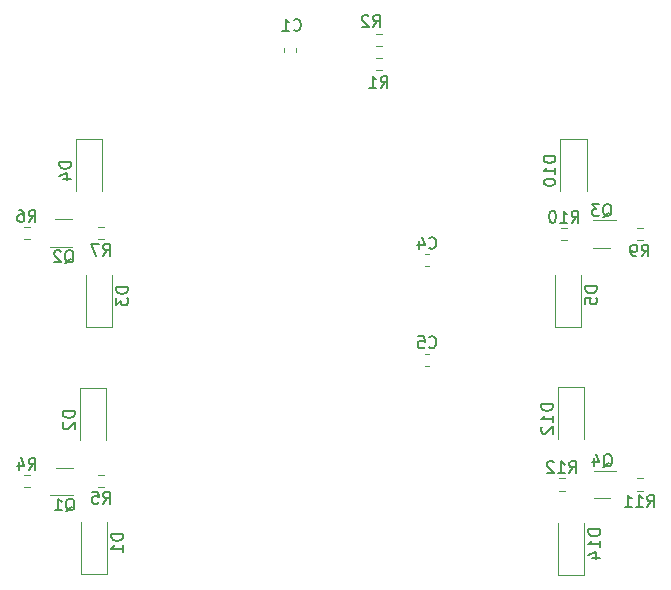
<source format=gbr>
%TF.GenerationSoftware,KiCad,Pcbnew,7.99.0-unknown-c06cea2fe9~166~ubuntu22.04.1*%
%TF.CreationDate,2023-02-26T22:53:06+01:00*%
%TF.ProjectId,FT245 relay,46543234-3520-4726-956c-61792e6b6963,rev?*%
%TF.SameCoordinates,Original*%
%TF.FileFunction,Legend,Bot*%
%TF.FilePolarity,Positive*%
%FSLAX46Y46*%
G04 Gerber Fmt 4.6, Leading zero omitted, Abs format (unit mm)*
G04 Created by KiCad (PCBNEW 7.99.0-unknown-c06cea2fe9~166~ubuntu22.04.1) date 2023-02-26 22:53:06*
%MOMM*%
%LPD*%
G01*
G04 APERTURE LIST*
%ADD10C,0.150000*%
%ADD11C,0.120000*%
G04 APERTURE END LIST*
D10*
%TO.C,D1*%
X-17737380Y-14961905D02*
X-18737380Y-14961905D01*
X-18737380Y-14961905D02*
X-18737380Y-15200000D01*
X-18737380Y-15200000D02*
X-18689761Y-15342857D01*
X-18689761Y-15342857D02*
X-18594523Y-15438095D01*
X-18594523Y-15438095D02*
X-18499285Y-15485714D01*
X-18499285Y-15485714D02*
X-18308809Y-15533333D01*
X-18308809Y-15533333D02*
X-18165952Y-15533333D01*
X-18165952Y-15533333D02*
X-17975476Y-15485714D01*
X-17975476Y-15485714D02*
X-17880238Y-15438095D01*
X-17880238Y-15438095D02*
X-17785000Y-15342857D01*
X-17785000Y-15342857D02*
X-17737380Y-15200000D01*
X-17737380Y-15200000D02*
X-17737380Y-14961905D01*
X-17737380Y-16485714D02*
X-17737380Y-15914286D01*
X-17737380Y-16200000D02*
X-18737380Y-16200000D01*
X-18737380Y-16200000D02*
X-18594523Y-16104762D01*
X-18594523Y-16104762D02*
X-18499285Y-16009524D01*
X-18499285Y-16009524D02*
X-18451666Y-15914286D01*
%TO.C,D2*%
X-21837380Y-4561905D02*
X-22837380Y-4561905D01*
X-22837380Y-4561905D02*
X-22837380Y-4800000D01*
X-22837380Y-4800000D02*
X-22789761Y-4942857D01*
X-22789761Y-4942857D02*
X-22694523Y-5038095D01*
X-22694523Y-5038095D02*
X-22599285Y-5085714D01*
X-22599285Y-5085714D02*
X-22408809Y-5133333D01*
X-22408809Y-5133333D02*
X-22265952Y-5133333D01*
X-22265952Y-5133333D02*
X-22075476Y-5085714D01*
X-22075476Y-5085714D02*
X-21980238Y-5038095D01*
X-21980238Y-5038095D02*
X-21885000Y-4942857D01*
X-21885000Y-4942857D02*
X-21837380Y-4800000D01*
X-21837380Y-4800000D02*
X-21837380Y-4561905D01*
X-22742142Y-5514286D02*
X-22789761Y-5561905D01*
X-22789761Y-5561905D02*
X-22837380Y-5657143D01*
X-22837380Y-5657143D02*
X-22837380Y-5895238D01*
X-22837380Y-5895238D02*
X-22789761Y-5990476D01*
X-22789761Y-5990476D02*
X-22742142Y-6038095D01*
X-22742142Y-6038095D02*
X-22646904Y-6085714D01*
X-22646904Y-6085714D02*
X-22551666Y-6085714D01*
X-22551666Y-6085714D02*
X-22408809Y-6038095D01*
X-22408809Y-6038095D02*
X-21837380Y-5466667D01*
X-21837380Y-5466667D02*
X-21837380Y-6085714D01*
%TO.C,Q1*%
X-22604761Y-13057857D02*
X-22509523Y-13010238D01*
X-22509523Y-13010238D02*
X-22414285Y-12915000D01*
X-22414285Y-12915000D02*
X-22271428Y-12772142D01*
X-22271428Y-12772142D02*
X-22176190Y-12724523D01*
X-22176190Y-12724523D02*
X-22080952Y-12724523D01*
X-22128571Y-12962619D02*
X-22033333Y-12915000D01*
X-22033333Y-12915000D02*
X-21938095Y-12819761D01*
X-21938095Y-12819761D02*
X-21890476Y-12629285D01*
X-21890476Y-12629285D02*
X-21890476Y-12295952D01*
X-21890476Y-12295952D02*
X-21938095Y-12105476D01*
X-21938095Y-12105476D02*
X-22033333Y-12010238D01*
X-22033333Y-12010238D02*
X-22128571Y-11962619D01*
X-22128571Y-11962619D02*
X-22319047Y-11962619D01*
X-22319047Y-11962619D02*
X-22414285Y-12010238D01*
X-22414285Y-12010238D02*
X-22509523Y-12105476D01*
X-22509523Y-12105476D02*
X-22557142Y-12295952D01*
X-22557142Y-12295952D02*
X-22557142Y-12629285D01*
X-22557142Y-12629285D02*
X-22509523Y-12819761D01*
X-22509523Y-12819761D02*
X-22414285Y-12915000D01*
X-22414285Y-12915000D02*
X-22319047Y-12962619D01*
X-22319047Y-12962619D02*
X-22128571Y-12962619D01*
X-23509523Y-12962619D02*
X-22938095Y-12962619D01*
X-23223809Y-12962619D02*
X-23223809Y-11962619D01*
X-23223809Y-11962619D02*
X-23128571Y-12105476D01*
X-23128571Y-12105476D02*
X-23033333Y-12200714D01*
X-23033333Y-12200714D02*
X-22938095Y-12248333D01*
%TO.C,R4*%
X-25733333Y-9532619D02*
X-25400000Y-9056428D01*
X-25161905Y-9532619D02*
X-25161905Y-8532619D01*
X-25161905Y-8532619D02*
X-25542857Y-8532619D01*
X-25542857Y-8532619D02*
X-25638095Y-8580238D01*
X-25638095Y-8580238D02*
X-25685714Y-8627857D01*
X-25685714Y-8627857D02*
X-25733333Y-8723095D01*
X-25733333Y-8723095D02*
X-25733333Y-8865952D01*
X-25733333Y-8865952D02*
X-25685714Y-8961190D01*
X-25685714Y-8961190D02*
X-25638095Y-9008809D01*
X-25638095Y-9008809D02*
X-25542857Y-9056428D01*
X-25542857Y-9056428D02*
X-25161905Y-9056428D01*
X-26590476Y-8865952D02*
X-26590476Y-9532619D01*
X-26352381Y-8485000D02*
X-26114286Y-9199285D01*
X-26114286Y-9199285D02*
X-26733333Y-9199285D01*
%TO.C,D4*%
X-22137380Y16538094D02*
X-23137380Y16538094D01*
X-23137380Y16538094D02*
X-23137380Y16299999D01*
X-23137380Y16299999D02*
X-23089761Y16157142D01*
X-23089761Y16157142D02*
X-22994523Y16061904D01*
X-22994523Y16061904D02*
X-22899285Y16014285D01*
X-22899285Y16014285D02*
X-22708809Y15966666D01*
X-22708809Y15966666D02*
X-22565952Y15966666D01*
X-22565952Y15966666D02*
X-22375476Y16014285D01*
X-22375476Y16014285D02*
X-22280238Y16061904D01*
X-22280238Y16061904D02*
X-22185000Y16157142D01*
X-22185000Y16157142D02*
X-22137380Y16299999D01*
X-22137380Y16299999D02*
X-22137380Y16538094D01*
X-22804047Y15109523D02*
X-22137380Y15109523D01*
X-23185000Y15347618D02*
X-22470714Y15585713D01*
X-22470714Y15585713D02*
X-22470714Y14966666D01*
%TO.C,D3*%
X-17337380Y5938094D02*
X-18337380Y5938094D01*
X-18337380Y5938094D02*
X-18337380Y5699999D01*
X-18337380Y5699999D02*
X-18289761Y5557142D01*
X-18289761Y5557142D02*
X-18194523Y5461904D01*
X-18194523Y5461904D02*
X-18099285Y5414285D01*
X-18099285Y5414285D02*
X-17908809Y5366666D01*
X-17908809Y5366666D02*
X-17765952Y5366666D01*
X-17765952Y5366666D02*
X-17575476Y5414285D01*
X-17575476Y5414285D02*
X-17480238Y5461904D01*
X-17480238Y5461904D02*
X-17385000Y5557142D01*
X-17385000Y5557142D02*
X-17337380Y5699999D01*
X-17337380Y5699999D02*
X-17337380Y5938094D01*
X-18337380Y5033332D02*
X-18337380Y4414285D01*
X-18337380Y4414285D02*
X-17956428Y4747618D01*
X-17956428Y4747618D02*
X-17956428Y4604761D01*
X-17956428Y4604761D02*
X-17908809Y4509523D01*
X-17908809Y4509523D02*
X-17861190Y4461904D01*
X-17861190Y4461904D02*
X-17765952Y4414285D01*
X-17765952Y4414285D02*
X-17527857Y4414285D01*
X-17527857Y4414285D02*
X-17432619Y4461904D01*
X-17432619Y4461904D02*
X-17385000Y4509523D01*
X-17385000Y4509523D02*
X-17337380Y4604761D01*
X-17337380Y4604761D02*
X-17337380Y4890475D01*
X-17337380Y4890475D02*
X-17385000Y4985713D01*
X-17385000Y4985713D02*
X-17432619Y5033332D01*
%TO.C,D14*%
X22662619Y-14585714D02*
X21662619Y-14585714D01*
X21662619Y-14585714D02*
X21662619Y-14823809D01*
X21662619Y-14823809D02*
X21710238Y-14966666D01*
X21710238Y-14966666D02*
X21805476Y-15061904D01*
X21805476Y-15061904D02*
X21900714Y-15109523D01*
X21900714Y-15109523D02*
X22091190Y-15157142D01*
X22091190Y-15157142D02*
X22234047Y-15157142D01*
X22234047Y-15157142D02*
X22424523Y-15109523D01*
X22424523Y-15109523D02*
X22519761Y-15061904D01*
X22519761Y-15061904D02*
X22615000Y-14966666D01*
X22615000Y-14966666D02*
X22662619Y-14823809D01*
X22662619Y-14823809D02*
X22662619Y-14585714D01*
X22662619Y-16109523D02*
X22662619Y-15538095D01*
X22662619Y-15823809D02*
X21662619Y-15823809D01*
X21662619Y-15823809D02*
X21805476Y-15728571D01*
X21805476Y-15728571D02*
X21900714Y-15633333D01*
X21900714Y-15633333D02*
X21948333Y-15538095D01*
X21995952Y-16966666D02*
X22662619Y-16966666D01*
X21615000Y-16728571D02*
X22329285Y-16490476D01*
X22329285Y-16490476D02*
X22329285Y-17109523D01*
%TO.C,D12*%
X18662619Y-3985714D02*
X17662619Y-3985714D01*
X17662619Y-3985714D02*
X17662619Y-4223809D01*
X17662619Y-4223809D02*
X17710238Y-4366666D01*
X17710238Y-4366666D02*
X17805476Y-4461904D01*
X17805476Y-4461904D02*
X17900714Y-4509523D01*
X17900714Y-4509523D02*
X18091190Y-4557142D01*
X18091190Y-4557142D02*
X18234047Y-4557142D01*
X18234047Y-4557142D02*
X18424523Y-4509523D01*
X18424523Y-4509523D02*
X18519761Y-4461904D01*
X18519761Y-4461904D02*
X18615000Y-4366666D01*
X18615000Y-4366666D02*
X18662619Y-4223809D01*
X18662619Y-4223809D02*
X18662619Y-3985714D01*
X18662619Y-5509523D02*
X18662619Y-4938095D01*
X18662619Y-5223809D02*
X17662619Y-5223809D01*
X17662619Y-5223809D02*
X17805476Y-5128571D01*
X17805476Y-5128571D02*
X17900714Y-5033333D01*
X17900714Y-5033333D02*
X17948333Y-4938095D01*
X17757857Y-5890476D02*
X17710238Y-5938095D01*
X17710238Y-5938095D02*
X17662619Y-6033333D01*
X17662619Y-6033333D02*
X17662619Y-6271428D01*
X17662619Y-6271428D02*
X17710238Y-6366666D01*
X17710238Y-6366666D02*
X17757857Y-6414285D01*
X17757857Y-6414285D02*
X17853095Y-6461904D01*
X17853095Y-6461904D02*
X17948333Y-6461904D01*
X17948333Y-6461904D02*
X18091190Y-6414285D01*
X18091190Y-6414285D02*
X18662619Y-5842857D01*
X18662619Y-5842857D02*
X18662619Y-6461904D01*
%TO.C,D10*%
X18862619Y17014285D02*
X17862619Y17014285D01*
X17862619Y17014285D02*
X17862619Y16776190D01*
X17862619Y16776190D02*
X17910238Y16633333D01*
X17910238Y16633333D02*
X18005476Y16538095D01*
X18005476Y16538095D02*
X18100714Y16490476D01*
X18100714Y16490476D02*
X18291190Y16442857D01*
X18291190Y16442857D02*
X18434047Y16442857D01*
X18434047Y16442857D02*
X18624523Y16490476D01*
X18624523Y16490476D02*
X18719761Y16538095D01*
X18719761Y16538095D02*
X18815000Y16633333D01*
X18815000Y16633333D02*
X18862619Y16776190D01*
X18862619Y16776190D02*
X18862619Y17014285D01*
X18862619Y15490476D02*
X18862619Y16061904D01*
X18862619Y15776190D02*
X17862619Y15776190D01*
X17862619Y15776190D02*
X18005476Y15871428D01*
X18005476Y15871428D02*
X18100714Y15966666D01*
X18100714Y15966666D02*
X18148333Y16061904D01*
X17862619Y14871428D02*
X17862619Y14776190D01*
X17862619Y14776190D02*
X17910238Y14680952D01*
X17910238Y14680952D02*
X17957857Y14633333D01*
X17957857Y14633333D02*
X18053095Y14585714D01*
X18053095Y14585714D02*
X18243571Y14538095D01*
X18243571Y14538095D02*
X18481666Y14538095D01*
X18481666Y14538095D02*
X18672142Y14585714D01*
X18672142Y14585714D02*
X18767380Y14633333D01*
X18767380Y14633333D02*
X18815000Y14680952D01*
X18815000Y14680952D02*
X18862619Y14776190D01*
X18862619Y14776190D02*
X18862619Y14871428D01*
X18862619Y14871428D02*
X18815000Y14966666D01*
X18815000Y14966666D02*
X18767380Y15014285D01*
X18767380Y15014285D02*
X18672142Y15061904D01*
X18672142Y15061904D02*
X18481666Y15109523D01*
X18481666Y15109523D02*
X18243571Y15109523D01*
X18243571Y15109523D02*
X18053095Y15061904D01*
X18053095Y15061904D02*
X17957857Y15014285D01*
X17957857Y15014285D02*
X17910238Y14966666D01*
X17910238Y14966666D02*
X17862619Y14871428D01*
%TO.C,D5*%
X22372619Y5988094D02*
X21372619Y5988094D01*
X21372619Y5988094D02*
X21372619Y5749999D01*
X21372619Y5749999D02*
X21420238Y5607142D01*
X21420238Y5607142D02*
X21515476Y5511904D01*
X21515476Y5511904D02*
X21610714Y5464285D01*
X21610714Y5464285D02*
X21801190Y5416666D01*
X21801190Y5416666D02*
X21944047Y5416666D01*
X21944047Y5416666D02*
X22134523Y5464285D01*
X22134523Y5464285D02*
X22229761Y5511904D01*
X22229761Y5511904D02*
X22325000Y5607142D01*
X22325000Y5607142D02*
X22372619Y5749999D01*
X22372619Y5749999D02*
X22372619Y5988094D01*
X21372619Y4511904D02*
X21372619Y4988094D01*
X21372619Y4988094D02*
X21848809Y5035713D01*
X21848809Y5035713D02*
X21801190Y4988094D01*
X21801190Y4988094D02*
X21753571Y4892856D01*
X21753571Y4892856D02*
X21753571Y4654761D01*
X21753571Y4654761D02*
X21801190Y4559523D01*
X21801190Y4559523D02*
X21848809Y4511904D01*
X21848809Y4511904D02*
X21944047Y4464285D01*
X21944047Y4464285D02*
X22182142Y4464285D01*
X22182142Y4464285D02*
X22277380Y4511904D01*
X22277380Y4511904D02*
X22325000Y4559523D01*
X22325000Y4559523D02*
X22372619Y4654761D01*
X22372619Y4654761D02*
X22372619Y4892856D01*
X22372619Y4892856D02*
X22325000Y4988094D01*
X22325000Y4988094D02*
X22277380Y5035713D01*
%TO.C,Q2*%
X-22674761Y7942142D02*
X-22579523Y7989761D01*
X-22579523Y7989761D02*
X-22484285Y8085000D01*
X-22484285Y8085000D02*
X-22341428Y8227857D01*
X-22341428Y8227857D02*
X-22246190Y8275476D01*
X-22246190Y8275476D02*
X-22150952Y8275476D01*
X-22198571Y8037380D02*
X-22103333Y8085000D01*
X-22103333Y8085000D02*
X-22008095Y8180238D01*
X-22008095Y8180238D02*
X-21960476Y8370714D01*
X-21960476Y8370714D02*
X-21960476Y8704047D01*
X-21960476Y8704047D02*
X-22008095Y8894523D01*
X-22008095Y8894523D02*
X-22103333Y8989761D01*
X-22103333Y8989761D02*
X-22198571Y9037380D01*
X-22198571Y9037380D02*
X-22389047Y9037380D01*
X-22389047Y9037380D02*
X-22484285Y8989761D01*
X-22484285Y8989761D02*
X-22579523Y8894523D01*
X-22579523Y8894523D02*
X-22627142Y8704047D01*
X-22627142Y8704047D02*
X-22627142Y8370714D01*
X-22627142Y8370714D02*
X-22579523Y8180238D01*
X-22579523Y8180238D02*
X-22484285Y8085000D01*
X-22484285Y8085000D02*
X-22389047Y8037380D01*
X-22389047Y8037380D02*
X-22198571Y8037380D01*
X-23008095Y8942142D02*
X-23055714Y8989761D01*
X-23055714Y8989761D02*
X-23150952Y9037380D01*
X-23150952Y9037380D02*
X-23389047Y9037380D01*
X-23389047Y9037380D02*
X-23484285Y8989761D01*
X-23484285Y8989761D02*
X-23531904Y8942142D01*
X-23531904Y8942142D02*
X-23579523Y8846904D01*
X-23579523Y8846904D02*
X-23579523Y8751666D01*
X-23579523Y8751666D02*
X-23531904Y8608809D01*
X-23531904Y8608809D02*
X-22960476Y8037380D01*
X-22960476Y8037380D02*
X-23579523Y8037380D01*
%TO.C,Q3*%
X22875238Y11862142D02*
X22970476Y11909761D01*
X22970476Y11909761D02*
X23065714Y12005000D01*
X23065714Y12005000D02*
X23208571Y12147857D01*
X23208571Y12147857D02*
X23303809Y12195476D01*
X23303809Y12195476D02*
X23399047Y12195476D01*
X23351428Y11957380D02*
X23446666Y12005000D01*
X23446666Y12005000D02*
X23541904Y12100238D01*
X23541904Y12100238D02*
X23589523Y12290714D01*
X23589523Y12290714D02*
X23589523Y12624047D01*
X23589523Y12624047D02*
X23541904Y12814523D01*
X23541904Y12814523D02*
X23446666Y12909761D01*
X23446666Y12909761D02*
X23351428Y12957380D01*
X23351428Y12957380D02*
X23160952Y12957380D01*
X23160952Y12957380D02*
X23065714Y12909761D01*
X23065714Y12909761D02*
X22970476Y12814523D01*
X22970476Y12814523D02*
X22922857Y12624047D01*
X22922857Y12624047D02*
X22922857Y12290714D01*
X22922857Y12290714D02*
X22970476Y12100238D01*
X22970476Y12100238D02*
X23065714Y12005000D01*
X23065714Y12005000D02*
X23160952Y11957380D01*
X23160952Y11957380D02*
X23351428Y11957380D01*
X22589523Y12957380D02*
X21970476Y12957380D01*
X21970476Y12957380D02*
X22303809Y12576428D01*
X22303809Y12576428D02*
X22160952Y12576428D01*
X22160952Y12576428D02*
X22065714Y12528809D01*
X22065714Y12528809D02*
X22018095Y12481190D01*
X22018095Y12481190D02*
X21970476Y12385952D01*
X21970476Y12385952D02*
X21970476Y12147857D01*
X21970476Y12147857D02*
X22018095Y12052619D01*
X22018095Y12052619D02*
X22065714Y12005000D01*
X22065714Y12005000D02*
X22160952Y11957380D01*
X22160952Y11957380D02*
X22446666Y11957380D01*
X22446666Y11957380D02*
X22541904Y12005000D01*
X22541904Y12005000D02*
X22589523Y12052619D01*
%TO.C,R7*%
X-19433333Y8607380D02*
X-19100000Y9083571D01*
X-18861905Y8607380D02*
X-18861905Y9607380D01*
X-18861905Y9607380D02*
X-19242857Y9607380D01*
X-19242857Y9607380D02*
X-19338095Y9559761D01*
X-19338095Y9559761D02*
X-19385714Y9512142D01*
X-19385714Y9512142D02*
X-19433333Y9416904D01*
X-19433333Y9416904D02*
X-19433333Y9274047D01*
X-19433333Y9274047D02*
X-19385714Y9178809D01*
X-19385714Y9178809D02*
X-19338095Y9131190D01*
X-19338095Y9131190D02*
X-19242857Y9083571D01*
X-19242857Y9083571D02*
X-18861905Y9083571D01*
X-19766667Y9607380D02*
X-20433333Y9607380D01*
X-20433333Y9607380D02*
X-20004762Y8607380D01*
%TO.C,R12*%
X20042857Y-9802619D02*
X20376190Y-9326428D01*
X20614285Y-9802619D02*
X20614285Y-8802619D01*
X20614285Y-8802619D02*
X20233333Y-8802619D01*
X20233333Y-8802619D02*
X20138095Y-8850238D01*
X20138095Y-8850238D02*
X20090476Y-8897857D01*
X20090476Y-8897857D02*
X20042857Y-8993095D01*
X20042857Y-8993095D02*
X20042857Y-9135952D01*
X20042857Y-9135952D02*
X20090476Y-9231190D01*
X20090476Y-9231190D02*
X20138095Y-9278809D01*
X20138095Y-9278809D02*
X20233333Y-9326428D01*
X20233333Y-9326428D02*
X20614285Y-9326428D01*
X19090476Y-9802619D02*
X19661904Y-9802619D01*
X19376190Y-9802619D02*
X19376190Y-8802619D01*
X19376190Y-8802619D02*
X19471428Y-8945476D01*
X19471428Y-8945476D02*
X19566666Y-9040714D01*
X19566666Y-9040714D02*
X19661904Y-9088333D01*
X18709523Y-8897857D02*
X18661904Y-8850238D01*
X18661904Y-8850238D02*
X18566666Y-8802619D01*
X18566666Y-8802619D02*
X18328571Y-8802619D01*
X18328571Y-8802619D02*
X18233333Y-8850238D01*
X18233333Y-8850238D02*
X18185714Y-8897857D01*
X18185714Y-8897857D02*
X18138095Y-8993095D01*
X18138095Y-8993095D02*
X18138095Y-9088333D01*
X18138095Y-9088333D02*
X18185714Y-9231190D01*
X18185714Y-9231190D02*
X18757142Y-9802619D01*
X18757142Y-9802619D02*
X18138095Y-9802619D01*
%TO.C,C5*%
X8166666Y862619D02*
X8214285Y815000D01*
X8214285Y815000D02*
X8357142Y767380D01*
X8357142Y767380D02*
X8452380Y767380D01*
X8452380Y767380D02*
X8595237Y815000D01*
X8595237Y815000D02*
X8690475Y910238D01*
X8690475Y910238D02*
X8738094Y1005476D01*
X8738094Y1005476D02*
X8785713Y1195952D01*
X8785713Y1195952D02*
X8785713Y1338809D01*
X8785713Y1338809D02*
X8738094Y1529285D01*
X8738094Y1529285D02*
X8690475Y1624523D01*
X8690475Y1624523D02*
X8595237Y1719761D01*
X8595237Y1719761D02*
X8452380Y1767380D01*
X8452380Y1767380D02*
X8357142Y1767380D01*
X8357142Y1767380D02*
X8214285Y1719761D01*
X8214285Y1719761D02*
X8166666Y1672142D01*
X7261904Y1767380D02*
X7738094Y1767380D01*
X7738094Y1767380D02*
X7785713Y1291190D01*
X7785713Y1291190D02*
X7738094Y1338809D01*
X7738094Y1338809D02*
X7642856Y1386428D01*
X7642856Y1386428D02*
X7404761Y1386428D01*
X7404761Y1386428D02*
X7309523Y1338809D01*
X7309523Y1338809D02*
X7261904Y1291190D01*
X7261904Y1291190D02*
X7214285Y1195952D01*
X7214285Y1195952D02*
X7214285Y957857D01*
X7214285Y957857D02*
X7261904Y862619D01*
X7261904Y862619D02*
X7309523Y815000D01*
X7309523Y815000D02*
X7404761Y767380D01*
X7404761Y767380D02*
X7642856Y767380D01*
X7642856Y767380D02*
X7738094Y815000D01*
X7738094Y815000D02*
X7785713Y862619D01*
%TO.C,C4*%
X8166666Y9262619D02*
X8214285Y9215000D01*
X8214285Y9215000D02*
X8357142Y9167380D01*
X8357142Y9167380D02*
X8452380Y9167380D01*
X8452380Y9167380D02*
X8595237Y9215000D01*
X8595237Y9215000D02*
X8690475Y9310238D01*
X8690475Y9310238D02*
X8738094Y9405476D01*
X8738094Y9405476D02*
X8785713Y9595952D01*
X8785713Y9595952D02*
X8785713Y9738809D01*
X8785713Y9738809D02*
X8738094Y9929285D01*
X8738094Y9929285D02*
X8690475Y10024523D01*
X8690475Y10024523D02*
X8595237Y10119761D01*
X8595237Y10119761D02*
X8452380Y10167380D01*
X8452380Y10167380D02*
X8357142Y10167380D01*
X8357142Y10167380D02*
X8214285Y10119761D01*
X8214285Y10119761D02*
X8166666Y10072142D01*
X7309523Y9834047D02*
X7309523Y9167380D01*
X7547618Y10215000D02*
X7785713Y9500714D01*
X7785713Y9500714D02*
X7166666Y9500714D01*
%TO.C,R2*%
X3416666Y27962380D02*
X3749999Y28438571D01*
X3988094Y27962380D02*
X3988094Y28962380D01*
X3988094Y28962380D02*
X3607142Y28962380D01*
X3607142Y28962380D02*
X3511904Y28914761D01*
X3511904Y28914761D02*
X3464285Y28867142D01*
X3464285Y28867142D02*
X3416666Y28771904D01*
X3416666Y28771904D02*
X3416666Y28629047D01*
X3416666Y28629047D02*
X3464285Y28533809D01*
X3464285Y28533809D02*
X3511904Y28486190D01*
X3511904Y28486190D02*
X3607142Y28438571D01*
X3607142Y28438571D02*
X3988094Y28438571D01*
X3035713Y28867142D02*
X2988094Y28914761D01*
X2988094Y28914761D02*
X2892856Y28962380D01*
X2892856Y28962380D02*
X2654761Y28962380D01*
X2654761Y28962380D02*
X2559523Y28914761D01*
X2559523Y28914761D02*
X2511904Y28867142D01*
X2511904Y28867142D02*
X2464285Y28771904D01*
X2464285Y28771904D02*
X2464285Y28676666D01*
X2464285Y28676666D02*
X2511904Y28533809D01*
X2511904Y28533809D02*
X3083332Y27962380D01*
X3083332Y27962380D02*
X2464285Y27962380D01*
%TO.C,C1*%
X-3308333Y27732619D02*
X-3260714Y27685000D01*
X-3260714Y27685000D02*
X-3117857Y27637380D01*
X-3117857Y27637380D02*
X-3022619Y27637380D01*
X-3022619Y27637380D02*
X-2879762Y27685000D01*
X-2879762Y27685000D02*
X-2784524Y27780238D01*
X-2784524Y27780238D02*
X-2736905Y27875476D01*
X-2736905Y27875476D02*
X-2689286Y28065952D01*
X-2689286Y28065952D02*
X-2689286Y28208809D01*
X-2689286Y28208809D02*
X-2736905Y28399285D01*
X-2736905Y28399285D02*
X-2784524Y28494523D01*
X-2784524Y28494523D02*
X-2879762Y28589761D01*
X-2879762Y28589761D02*
X-3022619Y28637380D01*
X-3022619Y28637380D02*
X-3117857Y28637380D01*
X-3117857Y28637380D02*
X-3260714Y28589761D01*
X-3260714Y28589761D02*
X-3308333Y28542142D01*
X-4260714Y27637380D02*
X-3689286Y27637380D01*
X-3975000Y27637380D02*
X-3975000Y28637380D01*
X-3975000Y28637380D02*
X-3879762Y28494523D01*
X-3879762Y28494523D02*
X-3784524Y28399285D01*
X-3784524Y28399285D02*
X-3689286Y28351666D01*
%TO.C,R6*%
X-25733333Y11467380D02*
X-25400000Y11943571D01*
X-25161905Y11467380D02*
X-25161905Y12467380D01*
X-25161905Y12467380D02*
X-25542857Y12467380D01*
X-25542857Y12467380D02*
X-25638095Y12419761D01*
X-25638095Y12419761D02*
X-25685714Y12372142D01*
X-25685714Y12372142D02*
X-25733333Y12276904D01*
X-25733333Y12276904D02*
X-25733333Y12134047D01*
X-25733333Y12134047D02*
X-25685714Y12038809D01*
X-25685714Y12038809D02*
X-25638095Y11991190D01*
X-25638095Y11991190D02*
X-25542857Y11943571D01*
X-25542857Y11943571D02*
X-25161905Y11943571D01*
X-26590476Y12467380D02*
X-26400000Y12467380D01*
X-26400000Y12467380D02*
X-26304762Y12419761D01*
X-26304762Y12419761D02*
X-26257143Y12372142D01*
X-26257143Y12372142D02*
X-26161905Y12229285D01*
X-26161905Y12229285D02*
X-26114286Y12038809D01*
X-26114286Y12038809D02*
X-26114286Y11657857D01*
X-26114286Y11657857D02*
X-26161905Y11562619D01*
X-26161905Y11562619D02*
X-26209524Y11515000D01*
X-26209524Y11515000D02*
X-26304762Y11467380D01*
X-26304762Y11467380D02*
X-26495238Y11467380D01*
X-26495238Y11467380D02*
X-26590476Y11515000D01*
X-26590476Y11515000D02*
X-26638095Y11562619D01*
X-26638095Y11562619D02*
X-26685714Y11657857D01*
X-26685714Y11657857D02*
X-26685714Y11895952D01*
X-26685714Y11895952D02*
X-26638095Y11991190D01*
X-26638095Y11991190D02*
X-26590476Y12038809D01*
X-26590476Y12038809D02*
X-26495238Y12086428D01*
X-26495238Y12086428D02*
X-26304762Y12086428D01*
X-26304762Y12086428D02*
X-26209524Y12038809D01*
X-26209524Y12038809D02*
X-26161905Y11991190D01*
X-26161905Y11991190D02*
X-26114286Y11895952D01*
%TO.C,R1*%
X4066666Y22812380D02*
X4399999Y23288571D01*
X4638094Y22812380D02*
X4638094Y23812380D01*
X4638094Y23812380D02*
X4257142Y23812380D01*
X4257142Y23812380D02*
X4161904Y23764761D01*
X4161904Y23764761D02*
X4114285Y23717142D01*
X4114285Y23717142D02*
X4066666Y23621904D01*
X4066666Y23621904D02*
X4066666Y23479047D01*
X4066666Y23479047D02*
X4114285Y23383809D01*
X4114285Y23383809D02*
X4161904Y23336190D01*
X4161904Y23336190D02*
X4257142Y23288571D01*
X4257142Y23288571D02*
X4638094Y23288571D01*
X3114285Y22812380D02*
X3685713Y22812380D01*
X3399999Y22812380D02*
X3399999Y23812380D01*
X3399999Y23812380D02*
X3495237Y23669523D01*
X3495237Y23669523D02*
X3590475Y23574285D01*
X3590475Y23574285D02*
X3685713Y23526666D01*
%TO.C,R5*%
X-19433333Y-12392619D02*
X-19100000Y-11916428D01*
X-18861905Y-12392619D02*
X-18861905Y-11392619D01*
X-18861905Y-11392619D02*
X-19242857Y-11392619D01*
X-19242857Y-11392619D02*
X-19338095Y-11440238D01*
X-19338095Y-11440238D02*
X-19385714Y-11487857D01*
X-19385714Y-11487857D02*
X-19433333Y-11583095D01*
X-19433333Y-11583095D02*
X-19433333Y-11725952D01*
X-19433333Y-11725952D02*
X-19385714Y-11821190D01*
X-19385714Y-11821190D02*
X-19338095Y-11868809D01*
X-19338095Y-11868809D02*
X-19242857Y-11916428D01*
X-19242857Y-11916428D02*
X-18861905Y-11916428D01*
X-20338095Y-11392619D02*
X-19861905Y-11392619D01*
X-19861905Y-11392619D02*
X-19814286Y-11868809D01*
X-19814286Y-11868809D02*
X-19861905Y-11821190D01*
X-19861905Y-11821190D02*
X-19957143Y-11773571D01*
X-19957143Y-11773571D02*
X-20195238Y-11773571D01*
X-20195238Y-11773571D02*
X-20290476Y-11821190D01*
X-20290476Y-11821190D02*
X-20338095Y-11868809D01*
X-20338095Y-11868809D02*
X-20385714Y-11964047D01*
X-20385714Y-11964047D02*
X-20385714Y-12202142D01*
X-20385714Y-12202142D02*
X-20338095Y-12297380D01*
X-20338095Y-12297380D02*
X-20290476Y-12345000D01*
X-20290476Y-12345000D02*
X-20195238Y-12392619D01*
X-20195238Y-12392619D02*
X-19957143Y-12392619D01*
X-19957143Y-12392619D02*
X-19861905Y-12345000D01*
X-19861905Y-12345000D02*
X-19814286Y-12297380D01*
%TO.C,R9*%
X26166666Y8527380D02*
X26499999Y9003571D01*
X26738094Y8527380D02*
X26738094Y9527380D01*
X26738094Y9527380D02*
X26357142Y9527380D01*
X26357142Y9527380D02*
X26261904Y9479761D01*
X26261904Y9479761D02*
X26214285Y9432142D01*
X26214285Y9432142D02*
X26166666Y9336904D01*
X26166666Y9336904D02*
X26166666Y9194047D01*
X26166666Y9194047D02*
X26214285Y9098809D01*
X26214285Y9098809D02*
X26261904Y9051190D01*
X26261904Y9051190D02*
X26357142Y9003571D01*
X26357142Y9003571D02*
X26738094Y9003571D01*
X25690475Y8527380D02*
X25499999Y8527380D01*
X25499999Y8527380D02*
X25404761Y8575000D01*
X25404761Y8575000D02*
X25357142Y8622619D01*
X25357142Y8622619D02*
X25261904Y8765476D01*
X25261904Y8765476D02*
X25214285Y8955952D01*
X25214285Y8955952D02*
X25214285Y9336904D01*
X25214285Y9336904D02*
X25261904Y9432142D01*
X25261904Y9432142D02*
X25309523Y9479761D01*
X25309523Y9479761D02*
X25404761Y9527380D01*
X25404761Y9527380D02*
X25595237Y9527380D01*
X25595237Y9527380D02*
X25690475Y9479761D01*
X25690475Y9479761D02*
X25738094Y9432142D01*
X25738094Y9432142D02*
X25785713Y9336904D01*
X25785713Y9336904D02*
X25785713Y9098809D01*
X25785713Y9098809D02*
X25738094Y9003571D01*
X25738094Y9003571D02*
X25690475Y8955952D01*
X25690475Y8955952D02*
X25595237Y8908333D01*
X25595237Y8908333D02*
X25404761Y8908333D01*
X25404761Y8908333D02*
X25309523Y8955952D01*
X25309523Y8955952D02*
X25261904Y9003571D01*
X25261904Y9003571D02*
X25214285Y9098809D01*
%TO.C,R11*%
X26642857Y-12662619D02*
X26976190Y-12186428D01*
X27214285Y-12662619D02*
X27214285Y-11662619D01*
X27214285Y-11662619D02*
X26833333Y-11662619D01*
X26833333Y-11662619D02*
X26738095Y-11710238D01*
X26738095Y-11710238D02*
X26690476Y-11757857D01*
X26690476Y-11757857D02*
X26642857Y-11853095D01*
X26642857Y-11853095D02*
X26642857Y-11995952D01*
X26642857Y-11995952D02*
X26690476Y-12091190D01*
X26690476Y-12091190D02*
X26738095Y-12138809D01*
X26738095Y-12138809D02*
X26833333Y-12186428D01*
X26833333Y-12186428D02*
X27214285Y-12186428D01*
X25690476Y-12662619D02*
X26261904Y-12662619D01*
X25976190Y-12662619D02*
X25976190Y-11662619D01*
X25976190Y-11662619D02*
X26071428Y-11805476D01*
X26071428Y-11805476D02*
X26166666Y-11900714D01*
X26166666Y-11900714D02*
X26261904Y-11948333D01*
X24738095Y-12662619D02*
X25309523Y-12662619D01*
X25023809Y-12662619D02*
X25023809Y-11662619D01*
X25023809Y-11662619D02*
X25119047Y-11805476D01*
X25119047Y-11805476D02*
X25214285Y-11900714D01*
X25214285Y-11900714D02*
X25309523Y-11948333D01*
%TO.C,R10*%
X20242857Y11387380D02*
X20576190Y11863571D01*
X20814285Y11387380D02*
X20814285Y12387380D01*
X20814285Y12387380D02*
X20433333Y12387380D01*
X20433333Y12387380D02*
X20338095Y12339761D01*
X20338095Y12339761D02*
X20290476Y12292142D01*
X20290476Y12292142D02*
X20242857Y12196904D01*
X20242857Y12196904D02*
X20242857Y12054047D01*
X20242857Y12054047D02*
X20290476Y11958809D01*
X20290476Y11958809D02*
X20338095Y11911190D01*
X20338095Y11911190D02*
X20433333Y11863571D01*
X20433333Y11863571D02*
X20814285Y11863571D01*
X19290476Y11387380D02*
X19861904Y11387380D01*
X19576190Y11387380D02*
X19576190Y12387380D01*
X19576190Y12387380D02*
X19671428Y12244523D01*
X19671428Y12244523D02*
X19766666Y12149285D01*
X19766666Y12149285D02*
X19861904Y12101666D01*
X18671428Y12387380D02*
X18576190Y12387380D01*
X18576190Y12387380D02*
X18480952Y12339761D01*
X18480952Y12339761D02*
X18433333Y12292142D01*
X18433333Y12292142D02*
X18385714Y12196904D01*
X18385714Y12196904D02*
X18338095Y12006428D01*
X18338095Y12006428D02*
X18338095Y11768333D01*
X18338095Y11768333D02*
X18385714Y11577857D01*
X18385714Y11577857D02*
X18433333Y11482619D01*
X18433333Y11482619D02*
X18480952Y11435000D01*
X18480952Y11435000D02*
X18576190Y11387380D01*
X18576190Y11387380D02*
X18671428Y11387380D01*
X18671428Y11387380D02*
X18766666Y11435000D01*
X18766666Y11435000D02*
X18814285Y11482619D01*
X18814285Y11482619D02*
X18861904Y11577857D01*
X18861904Y11577857D02*
X18909523Y11768333D01*
X18909523Y11768333D02*
X18909523Y12006428D01*
X18909523Y12006428D02*
X18861904Y12196904D01*
X18861904Y12196904D02*
X18814285Y12292142D01*
X18814285Y12292142D02*
X18766666Y12339761D01*
X18766666Y12339761D02*
X18671428Y12387380D01*
%TO.C,Q4*%
X22905238Y-9327857D02*
X23000476Y-9280238D01*
X23000476Y-9280238D02*
X23095714Y-9185000D01*
X23095714Y-9185000D02*
X23238571Y-9042142D01*
X23238571Y-9042142D02*
X23333809Y-8994523D01*
X23333809Y-8994523D02*
X23429047Y-8994523D01*
X23381428Y-9232619D02*
X23476666Y-9185000D01*
X23476666Y-9185000D02*
X23571904Y-9089761D01*
X23571904Y-9089761D02*
X23619523Y-8899285D01*
X23619523Y-8899285D02*
X23619523Y-8565952D01*
X23619523Y-8565952D02*
X23571904Y-8375476D01*
X23571904Y-8375476D02*
X23476666Y-8280238D01*
X23476666Y-8280238D02*
X23381428Y-8232619D01*
X23381428Y-8232619D02*
X23190952Y-8232619D01*
X23190952Y-8232619D02*
X23095714Y-8280238D01*
X23095714Y-8280238D02*
X23000476Y-8375476D01*
X23000476Y-8375476D02*
X22952857Y-8565952D01*
X22952857Y-8565952D02*
X22952857Y-8899285D01*
X22952857Y-8899285D02*
X23000476Y-9089761D01*
X23000476Y-9089761D02*
X23095714Y-9185000D01*
X23095714Y-9185000D02*
X23190952Y-9232619D01*
X23190952Y-9232619D02*
X23381428Y-9232619D01*
X22095714Y-8565952D02*
X22095714Y-9232619D01*
X22333809Y-8185000D02*
X22571904Y-8899285D01*
X22571904Y-8899285D02*
X21952857Y-8899285D01*
D11*
%TO.C,D1*%
X-19090000Y-13950000D02*
X-19090000Y-18360000D01*
X-19090000Y-18360000D02*
X-21310000Y-18360000D01*
X-21310000Y-18360000D02*
X-21310000Y-13950000D01*
%TO.C,D2*%
X-21410000Y-7050000D02*
X-21410000Y-2640000D01*
X-21410000Y-2640000D02*
X-19190000Y-2640000D01*
X-19190000Y-2640000D02*
X-19190000Y-7050000D01*
%TO.C,Q1*%
X-23400000Y-9340000D02*
X-22000000Y-9340000D01*
X-22000000Y-11660000D02*
X-23900000Y-11660000D01*
%TO.C,R4*%
X-25662742Y-11022500D02*
X-26137258Y-11022500D01*
X-25662742Y-9977500D02*
X-26137258Y-9977500D01*
%TO.C,D4*%
X-21710000Y14050000D02*
X-21710000Y18460000D01*
X-21710000Y18460000D02*
X-19490000Y18460000D01*
X-19490000Y18460000D02*
X-19490000Y14050000D01*
%TO.C,D3*%
X-18690000Y6950000D02*
X-18690000Y2540000D01*
X-18690000Y2540000D02*
X-20910000Y2540000D01*
X-20910000Y2540000D02*
X-20910000Y6950000D01*
%TO.C,D14*%
X21310000Y-14050000D02*
X21310000Y-18460000D01*
X21310000Y-18460000D02*
X19090000Y-18460000D01*
X19090000Y-18460000D02*
X19090000Y-14050000D01*
%TO.C,D12*%
X19090000Y-6950000D02*
X19090000Y-2540000D01*
X19090000Y-2540000D02*
X21310000Y-2540000D01*
X21310000Y-2540000D02*
X21310000Y-6950000D01*
%TO.C,D10*%
X19290000Y14050000D02*
X19290000Y18460000D01*
X19290000Y18460000D02*
X21510000Y18460000D01*
X21510000Y18460000D02*
X21510000Y14050000D01*
%TO.C,D5*%
X21020000Y7000000D02*
X21020000Y2590000D01*
X21020000Y2590000D02*
X18800000Y2590000D01*
X18800000Y2590000D02*
X18800000Y7000000D01*
%TO.C,Q2*%
X-23470000Y11660000D02*
X-22070000Y11660000D01*
X-22070000Y9340000D02*
X-23970000Y9340000D01*
%TO.C,Q3*%
X23480000Y9260000D02*
X22080000Y9260000D01*
X22080000Y11580000D02*
X23980000Y11580000D01*
%TO.C,R7*%
X-19837258Y11022500D02*
X-19362742Y11022500D01*
X-19837258Y9977500D02*
X-19362742Y9977500D01*
%TO.C,R12*%
X19637258Y-11292500D02*
X19162742Y-11292500D01*
X19637258Y-10247500D02*
X19162742Y-10247500D01*
%TO.C,C5*%
X8140580Y-710000D02*
X7859420Y-710000D01*
X8140580Y310000D02*
X7859420Y310000D01*
%TO.C,C4*%
X8140580Y7690000D02*
X7859420Y7690000D01*
X8140580Y8710000D02*
X7859420Y8710000D01*
%TO.C,R2*%
X4187258Y26320000D02*
X3712742Y26320000D01*
X4187258Y27365000D02*
X3712742Y27365000D01*
%TO.C,C1*%
X-4110000Y25859420D02*
X-4110000Y26140580D01*
X-3090000Y25859420D02*
X-3090000Y26140580D01*
%TO.C,R6*%
X-25662742Y9977500D02*
X-26137258Y9977500D01*
X-25662742Y11022500D02*
X-26137258Y11022500D01*
%TO.C,R1*%
X4187258Y24320000D02*
X3712742Y24320000D01*
X4187258Y25365000D02*
X3712742Y25365000D01*
%TO.C,R5*%
X-19837258Y-9977500D02*
X-19362742Y-9977500D01*
X-19837258Y-11022500D02*
X-19362742Y-11022500D01*
%TO.C,R9*%
X25762742Y10942500D02*
X26237258Y10942500D01*
X25762742Y9897500D02*
X26237258Y9897500D01*
%TO.C,R11*%
X25762742Y-10247500D02*
X26237258Y-10247500D01*
X25762742Y-11292500D02*
X26237258Y-11292500D01*
%TO.C,R10*%
X19837258Y9897500D02*
X19362742Y9897500D01*
X19837258Y10942500D02*
X19362742Y10942500D01*
%TO.C,Q4*%
X23510000Y-11930000D02*
X22110000Y-11930000D01*
X22110000Y-9610000D02*
X24010000Y-9610000D01*
%TD*%
M02*

</source>
